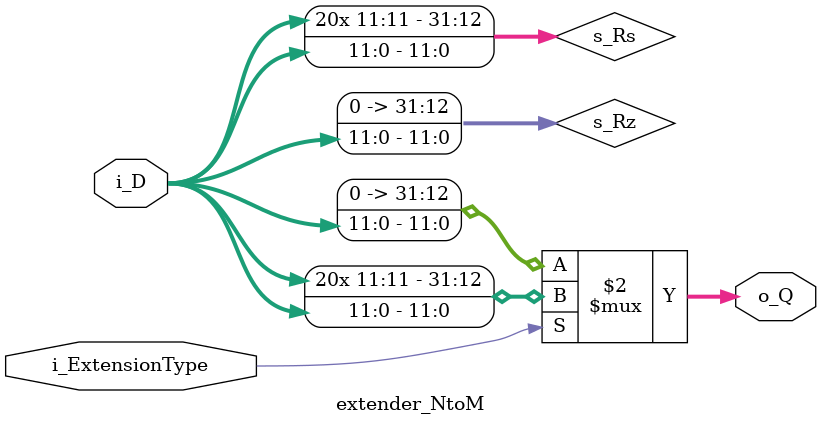
<source format=sv>

module extender_NtoM
#(
    parameter int N = 12, // Input width
    parameter int M = 32  // Output width
) 
(
    input  logic [N-1:0] i_D,
    input  logic i_ExtensionType, // 0: zero-extend, 1: sign-extend
    output logic [M-1:0] o_Q
);

    logic [M-1:0] s_Rz;
    logic [M-1:0] s_Rs;

    // Zero-extend
    assign s_Rz = {{(M-N){1'b0}}, i_D};

    // Sign-extend (duplicate most significant bit of the input i_D)
    assign s_Rs = {{(M-N){i_D[N-1]}}, i_D};

    // "Multiplex" the result
    assign o_Q = (i_ExtensionType == 1'b0) ? s_Rz : s_Rs;

endmodule
</source>
